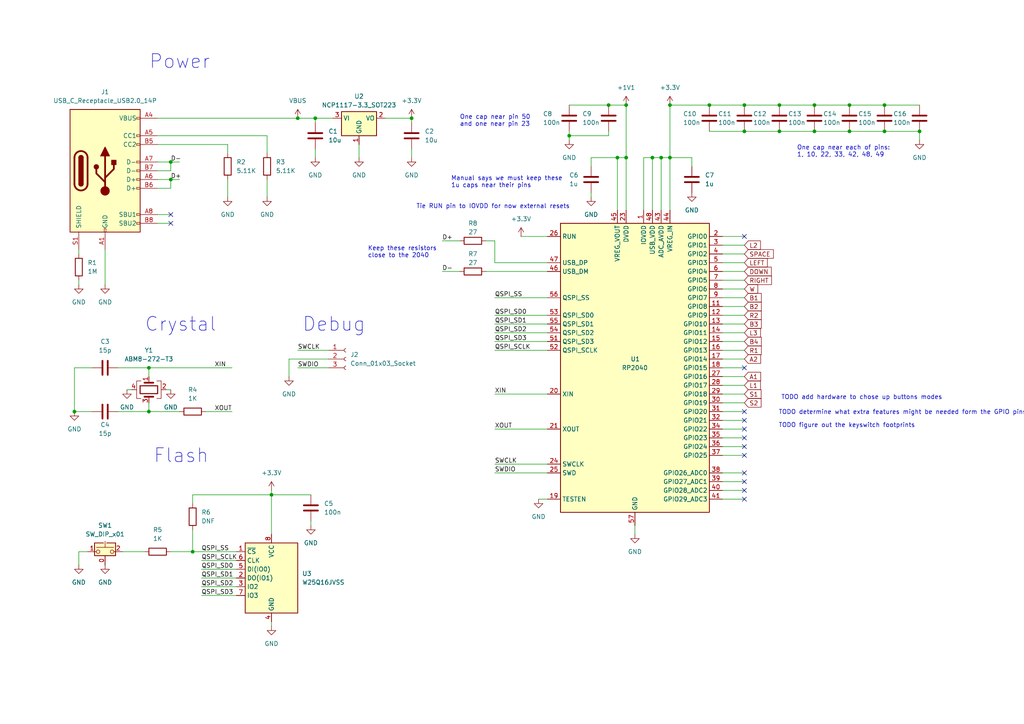
<source format=kicad_sch>
(kicad_sch (version 20231120) (generator "eeschema") (generator_version "8.0")
  (paper "A4")
  (lib_symbols
    (symbol "+3.3V_1" (power) (pin_numbers hide) (pin_names (offset 0) hide)
      (property "Value" "+3.3V" (at 0 3.556 0))
      (symbol "+3.3V_1_0_1"
        (polyline (pts (xy -0.762 1.27) (xy 0 2.54)))
        (polyline (pts (xy 0 0) (xy 0 2.54)))
        (polyline (pts (xy 0 2.54) (xy 0.762 1.27)))
      )
      (symbol "+3.3V_1_1_1"
        (pin power_in line (at 0 0 90) (length 0) (name "~") (number "1"))
      )
    )
    (symbol "Connector:Conn_01x03_Socket" (pin_names (offset 1.016) hide)
      (property "Reference" "J" (at 0 5.08 0))
      (property "Value" "Conn_01x03_Socket" (at 0 -5.08 0))
      (symbol "Conn_01x03_Socket_1_1"
        (arc (start 0 -2.032) (mid -0.5058 -2.54) (end 0 -3.048) (stroke (width 0.1524)))
        (polyline (pts (xy -1.27 -2.54) (xy -0.508 -2.54)) (stroke (width 0.1524)))
        (polyline (pts (xy -1.27 0) (xy -0.508 0)) (stroke (width 0.1524)))
        (polyline (pts (xy -1.27 2.54) (xy -0.508 2.54)) (stroke (width 0.1524)))
        (arc (start 0 0.508) (mid -0.5058 0) (end 0 -0.508) (stroke (width 0.1524)))
        (arc (start 0 3.048) (mid -0.5058 2.54) (end 0 2.032) (stroke (width 0.1524)))
        (pin passive line (at -5.08 2.54 0) (length 3.81) (name "Pin_1") (number "1"))
        (pin passive line (at -5.08 0 0) (length 3.81) (name "Pin_2") (number "2"))
        (pin passive line (at -5.08 -2.54 0) (length 3.81) (name "Pin_3") (number "3"))
      )
    )
    (symbol "Connector:USB_C_Receptacle_USB2.0_16P" (pin_names (offset 1.016))
      (property "Reference" "J" (at 0 22.225 0))
      (property "Value" "USB_C_Receptacle_USB2.0_16P" (at 0 19.685 0))
      (symbol "USB_C_Receptacle_USB2.0_16P_0_0"
        (rectangle (start -0.254 -17.78) (end 0.254 -16.764))
        (rectangle (start 10.16 -14.986) (end 9.144 -15.494))
        (rectangle (start 10.16 -12.446) (end 9.144 -12.954))
        (rectangle (start 10.16 -4.826) (end 9.144 -5.334))
        (rectangle (start 10.16 -2.286) (end 9.144 -2.794))
        (rectangle (start 10.16 0.254) (end 9.144 -0.254))
        (rectangle (start 10.16 2.794) (end 9.144 2.286))
        (rectangle (start 10.16 7.874) (end 9.144 7.366))
        (rectangle (start 10.16 10.414) (end 9.144 9.906))
        (rectangle (start 10.16 15.494) (end 9.144 14.986))
      )
      (symbol "USB_C_Receptacle_USB2.0_16P_0_1"
        (rectangle (start -10.16 17.78) (end 10.16 -17.78) (stroke (width 0.254)) (fill (type background)))
        (arc (start -8.89 -3.81) (mid -6.985 -5.7067) (end -5.08 -3.81) (stroke (width 0.508)))
        (arc (start -7.62 -3.81) (mid -6.985 -4.4423) (end -6.35 -3.81) (stroke (width 0.254)))
        (arc (start -7.62 -3.81) (mid -6.985 -4.4423) (end -6.35 -3.81) (stroke (width 0.254)) (fill (type outline)))
        (rectangle (start -7.62 -3.81) (end -6.35 3.81) (stroke (width 0.254)) (fill (type outline)))
        (arc (start -6.35 3.81) (mid -6.985 4.4423) (end -7.62 3.81) (stroke (width 0.254)))
        (arc (start -6.35 3.81) (mid -6.985 4.4423) (end -7.62 3.81) (stroke (width 0.254)) (fill (type outline)))
        (arc (start -5.08 3.81) (mid -6.985 5.7067) (end -8.89 3.81) (stroke (width 0.508)))
        (circle (center -2.54 1.143) (radius 0.635) (stroke (width 0.254)) (fill (type outline)))
        (circle (center 0 -5.842) (radius 1.27) (fill (type outline)))
        (polyline (pts (xy -8.89 -3.81) (xy -8.89 3.81)) (stroke (width 0.508)))
        (polyline (pts (xy -5.08 3.81) (xy -5.08 -3.81)) (stroke (width 0.508)))
        (polyline (pts (xy 0 -5.842) (xy 0 4.318)) (stroke (width 0.508)))
        (polyline (pts (xy 0 -3.302) (xy -2.54 -0.762) (xy -2.54 0.508)) (stroke (width 0.508)))
        (polyline (pts (xy 0 -2.032) (xy 2.54 0.508) (xy 2.54 1.778)) (stroke (width 0.508)))
        (polyline (pts (xy -1.27 4.318) (xy 0 6.858) (xy 1.27 4.318) (xy -1.27 4.318)) (stroke (width 0.254)) (fill (type outline)))
        (rectangle (start 1.905 1.778) (end 3.175 3.048) (stroke (width 0.254)) (fill (type outline)))
      )
      (symbol "USB_C_Receptacle_USB2.0_16P_1_1"
        (pin passive line (at 0 -22.86 90) (length 5.08) (name "GND") (number "A1"))
        (pin passive line (at 0 -22.86 90) (length 5.08) hide (name "GND") (number "A12"))
        (pin passive line (at 15.24 15.24 180) (length 5.08) (name "VBUS") (number "A4"))
        (pin bidirectional line (at 15.24 10.16 180) (length 5.08) (name "CC1") (number "A5"))
        (pin bidirectional line (at 15.24 -2.54 180) (length 5.08) (name "D+") (number "A6"))
        (pin bidirectional line (at 15.24 2.54 180) (length 5.08) (name "D-") (number "A7"))
        (pin bidirectional line (at 15.24 -12.7 180) (length 5.08) (name "SBU1") (number "A8"))
        (pin passive line (at 15.24 15.24 180) (length 5.08) hide (name "VBUS") (number "A9"))
        (pin passive line (at 0 -22.86 90) (length 5.08) hide (name "GND") (number "B1"))
        (pin passive line (at 0 -22.86 90) (length 5.08) hide (name "GND") (number "B12"))
        (pin passive line (at 15.24 15.24 180) (length 5.08) hide (name "VBUS") (number "B4"))
        (pin bidirectional line (at 15.24 7.62 180) (length 5.08) (name "CC2") (number "B5"))
        (pin bidirectional line (at 15.24 -5.08 180) (length 5.08) (name "D+") (number "B6"))
        (pin bidirectional line (at 15.24 0 180) (length 5.08) (name "D-") (number "B7"))
        (pin bidirectional line (at 15.24 -15.24 180) (length 5.08) (name "SBU2") (number "B8"))
        (pin passive line (at 15.24 15.24 180) (length 5.08) hide (name "VBUS") (number "B9"))
        (pin passive line (at -7.62 -22.86 90) (length 5.08) (name "SHIELD") (number "S1"))
      )
    )
    (symbol "Device:C" (pin_numbers hide) (pin_names (offset 0.254))
      (property "Reference" "C" (at 0.635 2.54 0))
      (property "Value" "C" (at 0.635 -2.54 0))
      (symbol "C_0_1"
        (polyline (pts (xy -2.032 -0.762) (xy 2.032 -0.762)) (stroke (width 0.508)))
        (polyline (pts (xy -2.032 0.762) (xy 2.032 0.762)) (stroke (width 0.508)))
      )
      (symbol "C_1_1"
        (pin passive line (at 0 3.81 270) (length 2.794) (name "~") (number "1"))
        (pin passive line (at 0 -3.81 90) (length 2.794) (name "~") (number "2"))
      )
    )
    (symbol "Device:Crystal_GND24" (pin_names (offset 1.016) hide)
      (property "Reference" "Y" (at 3.175 5.08 0))
      (property "Value" "Crystal_GND24" (at 3.175 3.175 0))
      (symbol "Crystal_GND24_0_1"
        (rectangle (start -1.143 2.54) (end 1.143 -2.54) (stroke (width 0.3048)))
        (polyline (pts (xy -2.54 0) (xy -2.032 0)))
        (polyline (pts (xy -2.032 -1.27) (xy -2.032 1.27)) (stroke (width 0.508)))
        (polyline (pts (xy 0 -3.81) (xy 0 -3.556)))
        (polyline (pts (xy 0 3.556) (xy 0 3.81)))
        (polyline (pts (xy 2.032 -1.27) (xy 2.032 1.27)) (stroke (width 0.508)))
        (polyline (pts (xy 2.032 0) (xy 2.54 0)))
        (polyline (pts (xy -2.54 -2.286) (xy -2.54 -3.556) (xy 2.54 -3.556) (xy 2.54 -2.286)))
        (polyline (pts (xy -2.54 2.286) (xy -2.54 3.556) (xy 2.54 3.556) (xy 2.54 2.286)))
      )
      (symbol "Crystal_GND24_1_1"
        (pin passive line (at -3.81 0 0) (length 1.27) (name "1") (number "1"))
        (pin passive line (at 0 5.08 270) (length 1.27) (name "2") (number "2"))
        (pin passive line (at 3.81 0 180) (length 1.27) (name "3") (number "3"))
        (pin passive line (at 0 -5.08 90) (length 1.27) (name "4") (number "4"))
      )
    )
    (symbol "Device:R" (pin_numbers hide) (pin_names (offset 0))
      (property "Reference" "R" (at 2.032 0 90))
      (property "Value" "R" (at 0 0 90))
      (symbol "R_0_1"
        (rectangle (start -1.016 -2.54) (end 1.016 2.54) (stroke (width 0.254)))
      )
      (symbol "R_1_1"
        (pin passive line (at 0 3.81 270) (length 1.27) (name "~") (number "1"))
        (pin passive line (at 0 -3.81 90) (length 1.27) (name "~") (number "2"))
      )
    )
    (symbol "GND_1" (power) (pin_numbers hide) (pin_names (offset 0) hide)
      (property "Value" "GND" (at 0 -3.81 0))
      (symbol "GND_1_0_1"
        (polyline (pts (xy 0 0) (xy 0 -1.27) (xy 1.27 -1.27) (xy 0 -2.54) (xy -1.27 -1.27) (xy 0 -1.27)))
      )
      (symbol "GND_1_1_1"
        (pin power_in line (at 0 0 270) (length 0) (name "~") (number "1"))
      )
    )
    (symbol "MCU_RaspberryPi:RP2040"
      (property "Reference" "U" (at 17.78 45.72 0))
      (property "Value" "RP2040" (at 17.78 43.18 0))
      (symbol "RP2040_0_1"
        (rectangle (start -21.59 41.91) (end 21.59 -41.91) (stroke (width 0.254)) (fill (type background)))
      )
      (symbol "RP2040_1_1"
        (pin power_in line (at 2.54 45.72 270) (length 3.81) (name "IOVDD") (number "1"))
        (pin passive line (at 2.54 45.72 270) (length 3.81) hide (name "IOVDD") (number "10"))
        (pin bidirectional line (at 25.4 17.78 180) (length 3.81) (name "GPIO8") (number "11"))
        (pin bidirectional line (at 25.4 15.24 180) (length 3.81) (name "GPIO9") (number "12"))
        (pin bidirectional line (at 25.4 12.7 180) (length 3.81) (name "GPIO10") (number "13"))
        (pin bidirectional line (at 25.4 10.16 180) (length 3.81) (name "GPIO11") (number "14"))
        (pin bidirectional line (at 25.4 7.62 180) (length 3.81) (name "GPIO12") (number "15"))
        (pin bidirectional line (at 25.4 5.08 180) (length 3.81) (name "GPIO13") (number "16"))
        (pin bidirectional line (at 25.4 2.54 180) (length 3.81) (name "GPIO14") (number "17"))
        (pin bidirectional line (at 25.4 0 180) (length 3.81) (name "GPIO15") (number "18"))
        (pin input line (at -25.4 -38.1 0) (length 3.81) (name "TESTEN") (number "19"))
        (pin bidirectional line (at 25.4 38.1 180) (length 3.81) (name "GPIO0") (number "2"))
        (pin input line (at -25.4 -7.62 0) (length 3.81) (name "XIN") (number "20"))
        (pin passive line (at -25.4 -17.78 0) (length 3.81) (name "XOUT") (number "21"))
        (pin passive line (at 2.54 45.72 270) (length 3.81) hide (name "IOVDD") (number "22"))
        (pin power_in line (at -2.54 45.72 270) (length 3.81) (name "DVDD") (number "23"))
        (pin input line (at -25.4 -27.94 0) (length 3.81) (name "SWCLK") (number "24"))
        (pin bidirectional line (at -25.4 -30.48 0) (length 3.81) (name "SWD") (number "25"))
        (pin input line (at -25.4 38.1 0) (length 3.81) (name "RUN") (number "26"))
        (pin bidirectional line (at 25.4 -2.54 180) (length 3.81) (name "GPIO16") (number "27"))
        (pin bidirectional line (at 25.4 -5.08 180) (length 3.81) (name "GPIO17") (number "28"))
        (pin bidirectional line (at 25.4 -7.62 180) (length 3.81) (name "GPIO18") (number "29"))
        (pin bidirectional line (at 25.4 35.56 180) (length 3.81) (name "GPIO1") (number "3"))
        (pin bidirectional line (at 25.4 -10.16 180) (length 3.81) (name "GPIO19") (number "30"))
        (pin bidirectional line (at 25.4 -12.7 180) (length 3.81) (name "GPIO20") (number "31"))
        (pin bidirectional line (at 25.4 -15.24 180) (length 3.81) (name "GPIO21") (number "32"))
        (pin passive line (at 2.54 45.72 270) (length 3.81) hide (name "IOVDD") (number "33"))
        (pin bidirectional line (at 25.4 -17.78 180) (length 3.81) (name "GPIO22") (number "34"))
        (pin bidirectional line (at 25.4 -20.32 180) (length 3.81) (name "GPIO23") (number "35"))
        (pin bidirectional line (at 25.4 -22.86 180) (length 3.81) (name "GPIO24") (number "36"))
        (pin bidirectional line (at 25.4 -25.4 180) (length 3.81) (name "GPIO25") (number "37"))
        (pin bidirectional line (at 25.4 -30.48 180) (length 3.81) (name "GPIO26_ADC0") (number "38"))
        (pin bidirectional line (at 25.4 -33.02 180) (length 3.81) (name "GPIO27_ADC1") (number "39"))
        (pin bidirectional line (at 25.4 33.02 180) (length 3.81) (name "GPIO2") (number "4"))
        (pin bidirectional line (at 25.4 -35.56 180) (length 3.81) (name "GPIO28_ADC2") (number "40"))
        (pin bidirectional line (at 25.4 -38.1 180) (length 3.81) (name "GPIO29_ADC3") (number "41"))
        (pin passive line (at 2.54 45.72 270) (length 3.81) hide (name "IOVDD") (number "42"))
        (pin power_in line (at 7.62 45.72 270) (length 3.81) (name "ADC_AVDD") (number "43"))
        (pin power_in line (at 10.16 45.72 270) (length 3.81) (name "VREG_IN") (number "44"))
        (pin power_out line (at -5.08 45.72 270) (length 3.81) (name "VREG_VOUT") (number "45"))
        (pin bidirectional line (at -25.4 27.94 0) (length 3.81) (name "USB_DM") (number "46"))
        (pin bidirectional line (at -25.4 30.48 0) (length 3.81) (name "USB_DP") (number "47"))
        (pin power_in line (at 5.08 45.72 270) (length 3.81) (name "USB_VDD") (number "48"))
        (pin passive line (at 2.54 45.72 270) (length 3.81) hide (name "IOVDD") (number "49"))
        (pin bidirectional line (at 25.4 30.48 180) (length 3.81) (name "GPIO3") (number "5"))
        (pin passive line (at -2.54 45.72 270) (length 3.81) hide (name "DVDD") (number "50"))
        (pin bidirectional line (at -25.4 7.62 0) (length 3.81) (name "QSPI_SD3") (number "51"))
        (pin output line (at -25.4 5.08 0) (length 3.81) (name "QSPI_SCLK") (number "52"))
        (pin bidirectional line (at -25.4 15.24 0) (length 3.81) (name "QSPI_SD0") (number "53"))
        (pin bidirectional line (at -25.4 10.16 0) (length 3.81) (name "QSPI_SD2") (number "54"))
        (pin bidirectional line (at -25.4 12.7 0) (length 3.81) (name "QSPI_SD1") (number "55"))
        (pin bidirectional line (at -25.4 20.32 0) (length 3.81) (name "QSPI_SS") (number "56"))
        (pin power_in line (at 0 -45.72 90) (length 3.81) (name "GND") (number "57"))
        (pin bidirectional line (at 25.4 27.94 180) (length 3.81) (name "GPIO4") (number "6"))
        (pin bidirectional line (at 25.4 25.4 180) (length 3.81) (name "GPIO5") (number "7"))
        (pin bidirectional line (at 25.4 22.86 180) (length 3.81) (name "GPIO6") (number "8"))
        (pin bidirectional line (at 25.4 20.32 180) (length 3.81) (name "GPIO7") (number "9"))
      )
    )
    (symbol "Memory_Flash:W25Q32JVSS"
      (property "Reference" "U" (at -6.35 11.43 0))
      (property "Value" "W25Q32JVSS" (at 7.62 11.43 0))
      (symbol "W25Q32JVSS_0_1"
        (rectangle (start -7.62 10.16) (end 7.62 -10.16) (stroke (width 0.254)) (fill (type background)))
      )
      (symbol "W25Q32JVSS_1_1"
        (pin input line (at -10.16 7.62 0) (length 2.54) (name "~{CS}") (number "1"))
        (pin bidirectional line (at -10.16 0 0) (length 2.54) (name "DO(IO1)") (number "2"))
        (pin bidirectional line (at -10.16 -2.54 0) (length 2.54) (name "IO2") (number "3"))
        (pin power_in line (at 0 -12.7 90) (length 2.54) (name "GND") (number "4"))
        (pin bidirectional line (at -10.16 2.54 0) (length 2.54) (name "DI(IO0)") (number "5"))
        (pin input line (at -10.16 5.08 0) (length 2.54) (name "CLK") (number "6"))
        (pin bidirectional line (at -10.16 -5.08 0) (length 2.54) (name "IO3") (number "7"))
        (pin power_in line (at 0 12.7 270) (length 2.54) (name "VCC") (number "8"))
      )
    )
    (symbol "Regulator_Linear:NCP1117-3.3_SOT223"
      (property "Reference" "U" (at -3.81 3.175 0))
      (property "Value" "NCP1117-3.3_SOT223" (at 0 3.175 0))
      (symbol "NCP1117-3.3_SOT223_0_1"
        (rectangle (start -5.08 -5.08) (end 5.08 1.905) (stroke (width 0.254)) (fill (type background)))
      )
      (symbol "NCP1117-3.3_SOT223_1_1"
        (pin power_in line (at 0 -7.62 90) (length 2.54) (name "GND") (number "1"))
        (pin power_out line (at 7.62 0 180) (length 2.54) (name "VO") (number "2"))
        (pin power_in line (at -7.62 0 0) (length 2.54) (name "VI") (number "3"))
      )
    )
    (symbol "Switch:SW_Push_Shielded" (pin_names (offset 1.016) hide)
      (property "Reference" "SW1" (at 0 7.62 0))
      (property "Value" "SW_DIP_x01" (at 0 5.08 0))
      (symbol "SW_Push_Shielded_0_1"
        (circle (center -2.032 0) (radius 0.508))
        (polyline (pts (xy 0 1.27) (xy 0 3.048)))
        (polyline (pts (xy 2.54 1.27) (xy -2.54 1.27)))
        (polyline (pts (xy 0.508 2.54) (xy 3.048 2.54) (xy 3.048 -1.143) (xy -3.048 -1.143) (xy -3.048 2.54) (xy -0.508 2.54)) (stroke (width -0.0254)))
        (polyline (pts (xy 0.508 2.54) (xy 3.048 2.54) (xy 3.048 -1.143) (xy -3.048 -1.143) (xy -3.048 2.54) (xy -0.508 2.54)) (stroke (width 0.254)))
        (circle (center 2.032 0) (radius 0.508))
        (pin passive line (at -5.08 0 0) (length 2.54) (name "1") (number "1"))
        (pin passive line (at 5.08 0 180) (length 2.54) (name "2") (number "2"))
      )
      (symbol "SW_Push_Shielded_1_1"
        (rectangle (start -3.048 2.54) (end 3.048 -1.27) (stroke (width -0.0254)) (fill (type background)))
        (pin passive line (at 0 -3.81 90) (length 2.54) (name "B") (number "0"))
      )
    )
    (symbol "power:+1V1" (power) (pin_names (offset 0))
      (property "Value" "+1V1" (at 0 3.556 0))
      (symbol "+1V1_0_1"
        (polyline (pts (xy -0.762 1.27) (xy 0 2.54)))
        (polyline (pts (xy 0 0) (xy 0 2.54)))
        (polyline (pts (xy 0 2.54) (xy 0.762 1.27)))
      )
      (symbol "+1V1_1_1"
        (pin power_in line (at 0 0 90) (length 0) hide (name "+1V1") (number "1"))
      )
    )
    (symbol "power:+3.3V" (power) (pin_names (offset 0))
      (property "Value" "+3.3V" (at 0 3.556 0))
      (symbol "+3.3V_0_1"
        (polyline (pts (xy -0.762 1.27) (xy 0 2.54)))
        (polyline (pts (xy 0 0) (xy 0 2.54)))
        (polyline (pts (xy 0 2.54) (xy 0.762 1.27)))
      )
      (symbol "+3.3V_1_1"
        (pin power_in line (at 0 0 90) (length 0) hide (name "+3.3V") (number "1"))
      )
    )
    (symbol "power:GND" (power) (pin_names (offset 0))
      (property "Value" "GND" (at 0 -3.81 0))
      (symbol "GND_0_1"
        (polyline (pts (xy 0 0) (xy 0 -1.27) (xy 1.27 -1.27) (xy 0 -2.54) (xy -1.27 -1.27) (xy 0 -1.27)))
      )
      (symbol "GND_1_1"
        (pin power_in line (at 0 0 270) (length 0) hide (name "GND") (number "1"))
      )
    )
    (symbol "power:VBUS" (power) (pin_names (offset 0))
      (property "Value" "VBUS" (at 0 3.81 0))
      (symbol "VBUS_0_1"
        (polyline (pts (xy -0.762 1.27) (xy 0 2.54)))
        (polyline (pts (xy 0 0) (xy 0 2.54)))
        (polyline (pts (xy 0 2.54) (xy 0.762 1.27)))
      )
      (symbol "VBUS_1_1"
        (pin power_in line (at 0 0 90) (length 0) hide (name "VBUS") (number "1"))
      )
    )
  )
  (junction (at 181.61 30.48))
  (junction (at 236.22 38.1))
  (junction (at 194.31 45.72))
  (junction (at 266.7 38.1))
  (junction (at 49.53 46.99))
  (junction (at 246.38 30.48))
  (junction (at 181.61 45.72))
  (junction (at 226.06 30.48))
  (junction (at 21.59 119.38))
  (junction (at 91.44 34.29))
  (junction (at 191.77 45.72))
  (junction (at 179.07 45.72))
  (junction (at 256.54 38.1))
  (junction (at 226.06 38.1))
  (junction (at 205.74 30.48))
  (junction (at 246.38 38.1))
  (junction (at 194.31 30.48))
  (junction (at 236.22 30.48))
  (junction (at 43.18 119.38))
  (junction (at 86.36 34.29))
  (junction (at 189.23 45.72))
  (junction (at 119.38 34.29))
  (junction (at 49.53 52.07))
  (junction (at 55.88 160.02))
  (junction (at 176.53 30.48))
  (junction (at 215.9 30.48))
  (junction (at 78.74 143.51))
  (junction (at 215.9 38.1))
  (junction (at 43.18 106.68))
  (junction (at 256.54 30.48))
  (junction (at 165.1 39.37))
  (no_connect (at 215.9 144.78))
  (no_connect (at 49.53 64.77))
  (no_connect (at 215.9 139.7))
  (no_connect (at 215.9 129.54))
  (no_connect (at 215.9 124.46))
  (no_connect (at 215.9 106.68))
  (no_connect (at 215.9 142.24))
  (no_connect (at 215.9 121.92))
  (no_connect (at 215.9 127))
  (no_connect (at 215.9 132.08))
  (no_connect (at 215.9 137.16))
  (no_connect (at 215.9 68.58))
  (no_connect (at 215.9 119.38))
  (no_connect (at 49.53 62.23))
  (wire (pts (xy 246.38 30.48) (xy 256.54 30.48)))
  (wire (pts (xy 209.55 139.7) (xy 215.9 139.7)))
  (wire (pts (xy 58.42 167.64) (xy 68.58 167.64)))
  (wire (pts (xy 165.1 39.37) (xy 165.1 40.64)))
  (wire (pts (xy 143.51 134.62) (xy 158.75 134.62)))
  (wire (pts (xy 119.38 35.56) (xy 119.38 34.29)))
  (wire (pts (xy 78.74 180.34) (xy 78.74 181.61)))
  (wire (pts (xy 143.51 86.36) (xy 158.75 86.36)))
  (wire (pts (xy 34.29 106.68) (xy 43.18 106.68)))
  (wire (pts (xy 49.53 49.53) (xy 49.53 46.99)))
  (wire (pts (xy 176.53 38.1) (xy 176.53 39.37)))
  (wire (pts (xy 86.36 34.29) (xy 91.44 34.29)))
  (wire (pts (xy 104.14 41.91) (xy 104.14 45.72)))
  (wire (pts (xy 91.44 43.18) (xy 91.44 45.72)))
  (wire (pts (xy 143.51 114.3) (xy 158.75 114.3)))
  (wire (pts (xy 209.55 101.6) (xy 215.9 101.6)))
  (wire (pts (xy 140.97 78.74) (xy 158.75 78.74)))
  (wire (pts (xy 189.23 45.72) (xy 191.77 45.72)))
  (wire (pts (xy 45.72 54.61) (xy 49.53 54.61)))
  (wire (pts (xy 143.51 99.06) (xy 158.75 99.06)))
  (wire (pts (xy 158.75 76.2) (xy 143.51 76.2)))
  (wire (pts (xy 45.72 49.53) (xy 49.53 49.53)))
  (wire (pts (xy 128.27 69.85) (xy 133.35 69.85)))
  (wire (pts (xy 45.72 64.77) (xy 49.53 64.77)))
  (wire (pts (xy 77.47 52.07) (xy 77.47 57.15)))
  (wire (pts (xy 156.21 144.78) (xy 158.75 144.78)))
  (wire (pts (xy 34.29 119.38) (xy 43.18 119.38)))
  (wire (pts (xy 209.55 119.38) (xy 215.9 119.38)))
  (wire (pts (xy 209.55 144.78) (xy 215.9 144.78)))
  (wire (pts (xy 256.54 38.1) (xy 266.7 38.1)))
  (wire (pts (xy 194.31 45.72) (xy 194.31 60.96)))
  (wire (pts (xy 209.55 104.14) (xy 215.9 104.14)))
  (wire (pts (xy 209.55 71.12) (xy 215.9 71.12)))
  (wire (pts (xy 43.18 119.38) (xy 52.07 119.38)))
  (wire (pts (xy 66.04 52.07) (xy 66.04 57.15)))
  (wire (pts (xy 45.72 52.07) (xy 49.53 52.07)))
  (wire (pts (xy 91.44 34.29) (xy 91.44 35.56)))
  (wire (pts (xy 209.55 111.76) (xy 215.9 111.76)))
  (wire (pts (xy 209.55 121.92) (xy 215.9 121.92)))
  (wire (pts (xy 186.69 45.72) (xy 189.23 45.72)))
  (wire (pts (xy 209.55 106.68) (xy 215.9 106.68)))
  (wire (pts (xy 95.25 104.14) (xy 83.82 104.14)))
  (wire (pts (xy 119.38 43.18) (xy 119.38 45.72)))
  (wire (pts (xy 66.04 41.91) (xy 66.04 44.45)))
  (wire (pts (xy 194.31 30.48) (xy 194.31 45.72)))
  (wire (pts (xy 209.55 73.66) (xy 215.9 73.66)))
  (wire (pts (xy 45.72 39.37) (xy 77.47 39.37)))
  (wire (pts (xy 181.61 30.48) (xy 181.61 45.72)))
  (wire (pts (xy 181.61 45.72) (xy 181.61 60.96)))
  (wire (pts (xy 35.56 160.02) (xy 41.91 160.02)))
  (wire (pts (xy 209.55 68.58) (xy 215.9 68.58)))
  (wire (pts (xy 209.55 109.22) (xy 215.9 109.22)))
  (wire (pts (xy 143.51 93.98) (xy 158.75 93.98)))
  (wire (pts (xy 194.31 45.72) (xy 200.66 45.72)))
  (wire (pts (xy 143.51 137.16) (xy 158.75 137.16)))
  (wire (pts (xy 209.55 86.36) (xy 215.9 86.36)))
  (wire (pts (xy 209.55 78.74) (xy 215.9 78.74)))
  (wire (pts (xy 143.51 69.85) (xy 143.51 76.2)))
  (wire (pts (xy 143.51 101.6) (xy 158.75 101.6)))
  (wire (pts (xy 165.1 39.37) (xy 176.53 39.37)))
  (wire (pts (xy 179.07 45.72) (xy 179.07 60.96)))
  (wire (pts (xy 226.06 38.1) (xy 236.22 38.1)))
  (wire (pts (xy 209.55 81.28) (xy 215.9 81.28)))
  (wire (pts (xy 209.55 83.82) (xy 215.9 83.82)))
  (wire (pts (xy 78.74 142.24) (xy 78.74 143.51)))
  (wire (pts (xy 151.13 68.58) (xy 158.75 68.58)))
  (wire (pts (xy 256.54 30.48) (xy 266.7 30.48)))
  (wire (pts (xy 189.23 45.72) (xy 189.23 60.96)))
  (wire (pts (xy 209.55 114.3) (xy 215.9 114.3)))
  (wire (pts (xy 45.72 46.99) (xy 49.53 46.99)))
  (wire (pts (xy 21.59 106.68) (xy 26.67 106.68)))
  (wire (pts (xy 83.82 104.14) (xy 83.82 109.22)))
  (wire (pts (xy 49.53 54.61) (xy 49.53 52.07)))
  (wire (pts (xy 43.18 119.38) (xy 43.18 116.84)))
  (wire (pts (xy 215.9 38.1) (xy 226.06 38.1)))
  (wire (pts (xy 158.75 124.46) (xy 143.51 124.46)))
  (wire (pts (xy 165.1 30.48) (xy 176.53 30.48)))
  (wire (pts (xy 215.9 30.48) (xy 226.06 30.48)))
  (wire (pts (xy 22.86 160.02) (xy 25.4 160.02)))
  (wire (pts (xy 49.53 46.99) (xy 52.07 46.99)))
  (wire (pts (xy 184.15 152.4) (xy 184.15 154.94)))
  (wire (pts (xy 22.86 81.28) (xy 22.86 82.55)))
  (wire (pts (xy 209.55 99.06) (xy 215.9 99.06)))
  (wire (pts (xy 128.27 78.74) (xy 133.35 78.74)))
  (wire (pts (xy 21.59 119.38) (xy 26.67 119.38)))
  (wire (pts (xy 179.07 45.72) (xy 171.45 45.72)))
  (wire (pts (xy 91.44 34.29) (xy 96.52 34.29)))
  (wire (pts (xy 48.26 113.03) (xy 49.53 113.03)))
  (wire (pts (xy 266.7 38.1) (xy 266.7 40.64)))
  (wire (pts (xy 78.74 143.51) (xy 78.74 154.94)))
  (wire (pts (xy 209.55 116.84) (xy 215.9 116.84)))
  (wire (pts (xy 45.72 62.23) (xy 49.53 62.23)))
  (wire (pts (xy 30.48 72.39) (xy 30.48 82.55)))
  (wire (pts (xy 58.42 165.1) (xy 68.58 165.1)))
  (wire (pts (xy 181.61 45.72) (xy 179.07 45.72)))
  (wire (pts (xy 209.55 88.9) (xy 215.9 88.9)))
  (wire (pts (xy 36.83 113.03) (xy 38.1 113.03)))
  (wire (pts (xy 49.53 52.07) (xy 52.07 52.07)))
  (wire (pts (xy 209.55 76.2) (xy 215.9 76.2)))
  (wire (pts (xy 209.55 142.24) (xy 215.9 142.24)))
  (wire (pts (xy 49.53 160.02) (xy 55.88 160.02)))
  (wire (pts (xy 45.72 34.29) (xy 86.36 34.29)))
  (wire (pts (xy 143.51 91.44) (xy 158.75 91.44)))
  (wire (pts (xy 143.51 96.52) (xy 158.75 96.52)))
  (wire (pts (xy 140.97 69.85) (xy 143.51 69.85)))
  (wire (pts (xy 55.88 143.51) (xy 78.74 143.51)))
  (wire (pts (xy 191.77 45.72) (xy 194.31 45.72)))
  (wire (pts (xy 209.55 93.98) (xy 215.9 93.98)))
  (wire (pts (xy 209.55 124.46) (xy 215.9 124.46)))
  (wire (pts (xy 90.17 151.13) (xy 90.17 152.4)))
  (wire (pts (xy 22.86 160.02) (xy 22.86 163.83)))
  (wire (pts (xy 209.55 132.08) (xy 215.9 132.08)))
  (wire (pts (xy 58.42 172.72) (xy 68.58 172.72)))
  (wire (pts (xy 236.22 38.1) (xy 246.38 38.1)))
  (wire (pts (xy 43.18 106.68) (xy 43.18 109.22)))
  (wire (pts (xy 43.18 106.68) (xy 67.31 106.68)))
  (wire (pts (xy 236.22 30.48) (xy 246.38 30.48)))
  (wire (pts (xy 165.1 38.1) (xy 165.1 39.37)))
  (wire (pts (xy 226.06 30.48) (xy 236.22 30.48)))
  (wire (pts (xy 186.69 60.96) (xy 186.69 45.72)))
  (wire (pts (xy 21.59 119.38) (xy 21.59 106.68)))
  (wire (pts (xy 45.72 41.91) (xy 66.04 41.91)))
  (wire (pts (xy 55.88 146.05) (xy 55.88 143.51)))
  (wire (pts (xy 58.42 162.56) (xy 68.58 162.56)))
  (wire (pts (xy 58.42 170.18) (xy 68.58 170.18)))
  (wire (pts (xy 22.86 72.39) (xy 22.86 73.66)))
  (wire (pts (xy 209.55 127) (xy 215.9 127)))
  (wire (pts (xy 86.36 101.6) (xy 95.25 101.6)))
  (wire (pts (xy 200.66 48.26) (xy 200.66 45.72)))
  (wire (pts (xy 55.88 160.02) (xy 68.58 160.02)))
  (wire (pts (xy 209.55 137.16) (xy 215.9 137.16)))
  (wire (pts (xy 55.88 153.67) (xy 55.88 160.02)))
  (wire (pts (xy 171.45 55.88) (xy 171.45 57.15)))
  (wire (pts (xy 86.36 106.68) (xy 95.25 106.68)))
  (wire (pts (xy 246.38 38.1) (xy 256.54 38.1)))
  (wire (pts (xy 176.53 30.48) (xy 181.61 30.48)))
  (wire (pts (xy 78.74 143.51) (xy 90.17 143.51)))
  (wire (pts (xy 205.74 30.48) (xy 215.9 30.48)))
  (wire (pts (xy 191.77 45.72) (xy 191.77 60.96)))
  (wire (pts (xy 209.55 91.44) (xy 215.9 91.44)))
  (wire (pts (xy 59.69 119.38) (xy 67.31 119.38)))
  (wire (pts (xy 194.31 30.48) (xy 205.74 30.48)))
  (wire (pts (xy 171.45 45.72) (xy 171.45 48.26)))
  (wire (pts (xy 209.55 96.52) (xy 215.9 96.52)))
  (wire (pts (xy 209.55 129.54) (xy 215.9 129.54)))
  (wire (pts (xy 205.74 38.1) (xy 215.9 38.1)))
  (wire (pts (xy 77.47 39.37) (xy 77.47 44.45)))
  (wire (pts (xy 111.76 34.29) (xy 119.38 34.29)))
  (text "Crystal" (at 41.91 96.52 0) (effects (font (size 4 4)) (justify left bottom)))
  (text "TODO figure out the keyswitch footprints" (at 245.618 123.444 0) (effects (font (size 1.27 1.27))))
  (text "TODO determine what extra features might be needed form the GPIO pins" (at 225.806 120.396 0) (effects (font (size 1.27 1.27)) (justify left bottom)))
  (text "Keep these resistors\nclose to the 2040" (at 106.68 74.93 0) (effects (font (size 1.27 1.27)) (justify left bottom)))
  (text "Flash" (at 44.45 134.62 0) (effects (font (size 4 4)) (justify left bottom)))
  (text "TODO add hardware to chose up buttons modes" (at 249.936 115.316 0) (effects (font (size 1.27 1.27))))
  (text "Tie RUN pin to IOVDD for now external resets" (at 143.002 59.944 0) (effects (font (size 1.27 1.27))))
  (text "Debug" (at 87.63 96.52 0) (effects (font (size 4 4)) (justify left bottom)))
  (text "One cap near each of pins:\n1, 10, 22, 33, 42, 48, 49" (at 231.14 45.72 0) (effects (font (size 1.27 1.27)) (justify left bottom)))
  (text "Manual says we must keep these \n1u caps near their pins" (at 130.81 54.61 0) (effects (font (size 1.27 1.27)) (justify left bottom)))
  (text "One cap near pin 50\nand one near pin 23" (at 133.35 36.83 0) (effects (font (size 1.27 1.27)) (justify left bottom)))
  (text "Power" (at 43.18 20.32 0) (effects (font (size 4 4)) (justify left bottom)))
  (label "QSPI_SS" (at 143.51 86.36 0))
  (label "D+" (at 49.53 52.07 0))
  (label "SWCLK" (at 143.51 134.62 0))
  (label "QSPI_SD0" (at 143.51 91.44 0))
  (label "QSPI_SS" (at 58.42 160.02 0))
  (label "D-" (at 49.53 46.99 0))
  (label "QSPI_SD2" (at 58.42 170.18 0))
  (label "QSPI_SD1" (at 58.42 167.64 0))
  (label "XIN" (at 62.23 106.68 0))
  (label "QSPI_SD2" (at 143.51 96.52 0))
  (label "SWDIO" (at 143.51 137.16 0))
  (label "XOUT" (at 62.23 119.38 0))
  (label "SWDIO" (at 86.36 106.68 0))
  (label "QSPI_SD0" (at 58.42 165.1 0))
  (label "D+" (at 128.27 69.85 0))
  (label "QSPI_SCLK" (at 58.42 162.56 0))
  (label "XIN" (at 143.51 114.3 0))
  (label "SWCLK" (at 86.36 101.6 0))
  (label "QSPI_SCLK" (at 143.51 101.6 0))
  (label "QSPI_SD3" (at 58.42 172.72 0))
  (label "D-" (at 128.27 78.74 0))
  (label "QSPI_SD1" (at 143.51 93.98 0))
  (label "XOUT" (at 143.51 124.46 0))
  (label "QSPI_SD3" (at 143.51 99.06 0))
  (global_label "L3" (shape input) (at 215.9 96.52 0) (property "Intersheetrefs" "${INTERSHEET_REFS}" (effects (hide yes))))
  (global_label "L2" (shape input) (at 215.9 71.12 0) (property "Intersheetrefs" "${INTERSHEET_REFS}" (effects (hide yes))))
  (global_label "B3" (shape input) (at 215.9 93.98 0) (property "Intersheetrefs" "${INTERSHEET_REFS}" (effects (hide yes))))
  (global_label "R2" (shape input) (at 215.9 91.44 0) (property "Intersheetrefs" "${INTERSHEET_REFS}" (effects (hide yes))))
  (global_label "L1" (shape input) (at 215.9 111.76 0) (property "Intersheetrefs" "${INTERSHEET_REFS}" (effects (hide yes))))
  (global_label "B4" (shape input) (at 215.9 99.06 0) (property "Intersheetrefs" "${INTERSHEET_REFS}" (effects (hide yes))))
  (global_label "S1" (shape input) (at 215.9 114.3 0) (property "Intersheetrefs" "${INTERSHEET_REFS}" (effects (hide yes))))
  (global_label "B1" (shape input) (at 215.9 86.36 0) (property "Intersheetrefs" "${INTERSHEET_REFS}" (effects (hide yes))))
  (global_label "B2" (shape input) (at 215.9 88.9 0) (property "Intersheetrefs" "${INTERSHEET_REFS}" (effects (hide yes))))
  (global_label "SPACE" (shape input) (at 215.9 73.66 0) (property "Intersheetrefs" "${INTERSHEET_REFS}" (effects (hide yes))))
  (global_label "RIGHT" (shape input) (at 215.9 81.28 0) (property "Intersheetrefs" "${INTERSHEET_REFS}" (effects (hide yes))))
  (global_label "A2" (shape input) (at 215.9 104.14 0) (property "Intersheetrefs" "${INTERSHEET_REFS}" (effects (hide yes))))
  (global_label "LEFT" (shape input) (at 215.9 76.2 0) (property "Intersheetrefs" "${INTERSHEET_REFS}" (effects (hide yes))))
  (global_label "W" (shape input) (at 215.9 83.82 0) (property "Intersheetrefs" "${INTERSHEET_REFS}" (effects (hide yes))))
  (global_label "A1" (shape input) (at 215.9 109.22 0) (property "Intersheetrefs" "${INTERSHEET_REFS}" (effects (hide yes))))
  (global_label "DOWN" (shape input) (at 215.9 78.74 0) (property "Intersheetrefs" "${INTERSHEET_REFS}" (effects (hide yes))))
  (global_label "S2" (shape input) (at 215.9 116.84 0) (property "Intersheetrefs" "${INTERSHEET_REFS}" (effects (hide yes))))
  (global_label "R1" (shape input) (at 215.9 101.6 0) (property "Intersheetrefs" "${INTERSHEET_REFS}" (effects (hide yes))))
  (symbol (lib_id "power:+3.3V") (at 119.38 34.29 0) (unit 1)
    (property "Reference" "#PWR05" (effects (hide yes)))
    (property "Value" "+3.3V" (at 119.38 29.21 0))
  )
  (symbol (lib_id "power:GND") (at 22.86 82.55 0) (unit 1)
    (property "Reference" "#PWR06" (effects (hide yes)))
    (property "Value" "GND" (at 22.86 87.63 0))
  )
  (symbol (lib_id "power:+3.3V") (at 78.74 142.24 0) (unit 1)
    (property "Reference" "#PWR015" (effects (hide yes)))
    (property "Value" "+3.3V" (at 78.74 137.16 0))
  )
  (symbol (lib_id "power:GND") (at 90.17 152.4 0) (unit 1)
    (property "Reference" "#PWR014" (effects (hide yes)))
    (property "Value" "GND" (at 90.17 157.48 0))
  )
  (symbol (lib_id "power:GND") (at 171.45 57.15 0) (unit 1)
    (property "Reference" "#PWR020" (effects (hide yes)))
    (property "Value" "GND" (at 171.45 62.23 0))
  )
  (symbol (lib_id "power:GND") (at 156.21 144.78 0) (unit 1)
    (property "Reference" "#PWR017" (effects (hide yes)))
    (property "Value" "GND" (at 156.21 149.86 0))
  )
  (symbol (lib_id "Device:R") (at 22.86 77.47 0) (unit 1)
    (property "Reference" "R1" (at 25.4 76.2 0) (effects (justify left)))
    (property "Value" "1M" (at 25.4 78.74 0) (effects (justify left)))
    (property "Footprint" "Resistor_SMD:R_0402_1005Metric" (effects (hide yes)))
  )
  (symbol (lib_id "Device:C") (at 91.44 39.37 0) (unit 1)
    (property "Reference" "C1" (at 95.25 38.1 0) (effects (justify left)))
    (property "Value" "10u" (at 95.25 40.64 0) (effects (justify left)))
    (property "Footprint" "Capacitor_SMD:C_0402_1005Metric" (effects (hide yes)))
  )
  (symbol (lib_id "power:GND") (at 165.1 40.64 0) (unit 1)
    (property "Reference" "#PWR023" (effects (hide yes)))
    (property "Value" "GND" (at 165.1 45.72 0))
  )
  (symbol (lib_id "Device:C") (at 205.74 34.29 0) (unit 1)
    (property "Reference" "C10" (at 198.12 33.02 0) (effects (justify left)))
    (property "Value" "100n" (at 198.12 35.56 0) (effects (justify left)))
    (property "Footprint" "Capacitor_SMD:C_0402_1005Metric" (effects (hide yes)))
  )
  (symbol (lib_name "GND_1") (lib_id "power:GND") (at 30.48 163.83 0) (unit 1)
    (property "Reference" "#PWR046" (effects (hide yes)))
    (property "Value" "GND" (at 30.48 168.91 0))
    (property "Description" "Power symbol creates a global label with name \"GND\" , ground" (effects (hide yes)))
  )
  (symbol (lib_id "Device:R") (at 137.16 69.85 90) (unit 1)
    (property "Reference" "R8" (at 137.16 64.77 90))
    (property "Value" "27" (at 137.16 67.31 90))
    (property "Footprint" "Resistor_SMD:R_0402_1005Metric" (effects (hide yes)))
  )
  (symbol (lib_id "Device:Crystal_GND24") (at 43.18 113.03 270) (unit 1)
    (property "Reference" "Y1" (at 43.18 101.6 90))
    (property "Value" "ABM8-272-T3" (at 43.18 104.14 90))
    (property "Footprint" "Crystal:Crystal_SMD_3225-4Pin_3.2x2.5mm" (effects (hide yes)))
  )
  (symbol (lib_id "Device:C") (at 246.38 34.29 0) (unit 1)
    (property "Reference" "C14" (at 238.76 33.02 0) (effects (justify left)))
    (property "Value" "100n" (at 238.76 35.56 0) (effects (justify left)))
    (property "Footprint" "Capacitor_SMD:C_0402_1005Metric" (effects (hide yes)))
  )
  (symbol (lib_id "power:VBUS") (at 86.36 34.29 0) (unit 1)
    (property "Reference" "#PWR04" (effects (hide yes)))
    (property "Value" "VBUS" (at 86.36 29.21 0))
  )
  (symbol (lib_id "Device:C") (at 30.48 106.68 90) (unit 1)
    (property "Reference" "C3" (at 30.48 99.06 90))
    (property "Value" "15p" (at 30.48 101.6 90))
    (property "Footprint" "Capacitor_SMD:C_0402_1005Metric" (effects (hide yes)))
  )
  (symbol (lib_id "Device:C") (at 200.66 52.07 0) (unit 1)
    (property "Reference" "C7" (at 204.47 50.8 0) (effects (justify left)))
    (property "Value" "1u" (at 204.47 53.34 0) (effects (justify left)))
    (property "Footprint" "Capacitor_SMD:C_0402_1005Metric" (effects (hide yes)))
  )
  (symbol (lib_id "Device:C") (at 90.17 147.32 0) (unit 1)
    (property "Reference" "C5" (at 93.98 146.05 0) (effects (justify left)))
    (property "Value" "100n" (at 93.98 148.59 0) (effects (justify left)))
    (property "Footprint" "Capacitor_SMD:C_0402_1005Metric" (effects (hide yes)))
  )
  (symbol (lib_id "power:GND") (at 21.59 119.38 0) (unit 1)
    (property "Reference" "#PWR010" (effects (hide yes)))
    (property "Value" "GND" (at 21.59 124.46 0))
  )
  (symbol (lib_id "Device:R") (at 55.88 119.38 90) (unit 1)
    (property "Reference" "R4" (at 55.88 113.03 90))
    (property "Value" "1K" (at 55.88 115.57 90))
    (property "Footprint" "Resistor_SMD:R_0402_1005Metric" (effects (hide yes)))
  )
  (symbol (lib_id "Device:C") (at 226.06 34.29 0) (unit 1)
    (property "Reference" "C12" (at 218.44 33.02 0) (effects (justify left)))
    (property "Value" "100n" (at 218.44 35.56 0) (effects (justify left)))
    (property "Footprint" "Capacitor_SMD:C_0402_1005Metric" (effects (hide yes)))
  )
  (symbol (lib_id "Device:C") (at 119.38 39.37 0) (unit 1)
    (property "Reference" "C2" (at 123.19 38.1 0) (effects (justify left)))
    (property "Value" "10u" (at 123.19 40.64 0) (effects (justify left)))
    (property "Footprint" "Capacitor_SMD:C_0402_1005Metric" (effects (hide yes)))
  )
  (symbol (lib_id "Connector:Conn_01x03_Socket") (at 100.33 104.14 0) (unit 1) (in_bom no)
    (property "Reference" "J2" (at 101.6 102.87 0) (effects (justify left)))
    (property "Value" "Conn_01x03_Socket" (at 101.6 105.41 0) (effects (justify left)))
    (property "Footprint" "Fightstick_Library:Debug_Points" (effects (hide yes)))
  )
  (symbol (lib_id "MCU_RaspberryPi:RP2040") (at 184.15 106.68 0) (unit 1)
    (property "Reference" "U1" (at 182.88 104.14 0) (effects (justify left)))
    (property "Value" "RP2040" (at 180.34 106.68 0) (effects (justify left)))
    (property "Footprint" "Package_DFN_QFN:QFN-56-1EP_7x7mm_P0.4mm_EP3.2x3.2mm" (effects (hide yes)))
    (property "Datasheet" "https://datasheets.raspberrypi.com/rp2040/rp2040-datasheet.pdf" (effects (hide yes)))
  )
  (symbol (lib_id "Device:C") (at 215.9 34.29 0) (unit 1)
    (property "Reference" "C11" (at 208.28 33.02 0) (effects (justify left)))
    (property "Value" "100n" (at 208.28 35.56 0) (effects (justify left)))
    (property "Footprint" "Capacitor_SMD:C_0402_1005Metric" (effects (hide yes)))
  )
  (symbol (lib_id "Regulator_Linear:NCP1117-3.3_SOT223") (at 104.14 34.29 0) (unit 1)
    (property "Reference" "U2" (at 104.14 27.94 0))
    (property "Value" "NCP1117-3.3_SOT223" (at 104.14 30.48 0))
    (property "Footprint" "Package_TO_SOT_SMD:SOT-223-3_TabPin2" (effects (hide yes)))
    (property "Datasheet" "http://www.onsemi.com/pub_link/Collateral/NCP1117-D.PDF" (effects (hide yes)))
  )
  (symbol (lib_id "Device:R") (at 137.16 78.74 90) (unit 1)
    (property "Reference" "R7" (at 137.16 73.66 90))
    (property "Value" "27" (at 137.16 76.2 90))
    (property "Footprint" "Resistor_SMD:R_0402_1005Metric" (effects (hide yes)))
  )
  (symbol (lib_id "Device:C") (at 236.22 34.29 0) (unit 1)
    (property "Reference" "C13" (at 228.6 33.02 0) (effects (justify left)))
    (property "Value" "100n" (at 228.6 35.56 0) (effects (justify left)))
    (property "Footprint" "Capacitor_SMD:C_0402_1005Metric" (effects (hide yes)))
  )
  (symbol (lib_id "Connector:USB_C_Receptacle_USB2.0_16P") (at 30.48 49.53 0) (unit 1)
    (property "Reference" "J1" (at 30.48 26.67 0))
    (property "Value" "USB_C_Receptacle_USB2.0_14P" (at 30.48 29.21 0))
    (property "Footprint" "Fightstick_Library:USB_C_Receptacle_HCTL_Fightstick_16P_TopMnt_Horizontal" (effects (hide yes)))
    (property "Datasheet" "https://www.usb.org/sites/default/files/documents/usb_type-c.zip" (effects (hide yes)))
    (property "Description" "USB 2.0-only 16P Type-C Receptacle connector" (effects (hide yes)))
  )
  (symbol (lib_id "power:+3.3V") (at 194.31 30.48 0) (unit 1)
    (property "Reference" "#PWR024" (effects (hide yes)))
    (property "Value" "+3.3V" (at 194.31 25.4 0))
  )
  (symbol (lib_id "power:GND") (at 91.44 45.72 0) (unit 1)
    (property "Reference" "#PWR03" (effects (hide yes)))
    (property "Value" "GND" (at 91.44 50.8 0))
  )
  (symbol (lib_id "power:GND") (at 30.48 82.55 0) (unit 1)
    (property "Reference" "#PWR07" (effects (hide yes)))
    (property "Value" "GND" (at 30.48 87.63 0))
  )
  (symbol (lib_id "Device:C") (at 256.54 34.29 0) (unit 1)
    (property "Reference" "C15" (at 248.92 33.02 0) (effects (justify left)))
    (property "Value" "100n" (at 248.92 35.56 0) (effects (justify left)))
    (property "Footprint" "Capacitor_SMD:C_0402_1005Metric" (effects (hide yes)))
  )
  (symbol (lib_id "Switch:SW_Push_Shielded") (at 30.48 160.02 0) (unit 1)
    (property "Reference" "SW1" (at 30.48 152.4 0))
    (property "Value" "SW_DIP_x01" (at 30.48 154.94 0))
    (property "Footprint" "Fightstick_Library:SW_SMD_BUTTON_YTS_A007" (effects (hide yes)))
    (property "Description" "Generic push-button switch, two contact pins and shield pin(s)" (effects (hide yes)))
  )
  (symbol (lib_id "power:GND") (at 77.47 57.15 0) (unit 1)
    (property "Reference" "#PWR09" (effects (hide yes)))
    (property "Value" "GND" (at 77.47 62.23 0))
  )
  (symbol (lib_id "power:GND") (at 266.7 40.64 0) (unit 1)
    (property "Reference" "#PWR025" (effects (hide yes)))
    (property "Value" "GND" (at 266.7 45.72 0))
  )
  (symbol (lib_id "Device:C") (at 176.53 34.29 0) (unit 1)
    (property "Reference" "C9" (at 168.91 33.02 0) (effects (justify left)))
    (property "Value" "100n" (at 168.91 35.56 0) (effects (justify left)))
    (property "Footprint" "Capacitor_SMD:C_0402_1005Metric" (effects (hide yes)))
  )
  (symbol (lib_id "power:GND") (at 184.15 154.94 0) (unit 1)
    (property "Reference" "#PWR016" (effects (hide yes)))
    (property "Value" "GND" (at 184.15 160.02 0))
  )
  (symbol (lib_id "Device:C") (at 165.1 34.29 0) (unit 1)
    (property "Reference" "C8" (at 157.48 33.02 0) (effects (justify left)))
    (property "Value" "100n" (at 157.48 35.56 0) (effects (justify left)))
    (property "Footprint" "Capacitor_SMD:C_0402_1005Metric" (effects (hide yes)))
  )
  (symbol (lib_id "power:GND") (at 83.82 109.22 0) (unit 1)
    (property "Reference" "#PWR019" (effects (hide yes)))
    (property "Value" "GND" (at 83.82 114.3 0))
  )
  (symbol (lib_id "power:GND") (at 66.04 57.15 0) (unit 1)
    (property "Reference" "#PWR08" (effects (hide yes)))
    (property "Value" "GND" (at 66.04 62.23 0))
  )
  (symbol (lib_id "power:GND") (at 22.86 163.83 0) (unit 1)
    (property "Reference" "#PWR018" (effects (hide yes)))
    (property "Value" "GND" (at 22.86 168.91 0))
  )
  (symbol (lib_id "Device:C") (at 266.7 34.29 0) (unit 1)
    (property "Reference" "C16" (at 259.08 33.02 0) (effects (justify left)))
    (property "Value" "100n" (at 259.08 35.56 0) (effects (justify left)))
    (property "Footprint" "Capacitor_SMD:C_0402_1005Metric" (effects (hide yes)))
  )
  (symbol (lib_name "+3.3V_1") (lib_id "power:+3.3V") (at 151.13 68.58 0) (unit 1)
    (property "Reference" "#PWR037" (effects (hide yes)))
    (property "Value" "+3.3V" (at 151.13 63.5 0))
    (property "Description" "Power symbol creates a global label with name \"+3.3V\"" (effects (hide yes)))
  )
  (symbol (lib_id "Device:C") (at 30.48 119.38 90) (unit 1)
    (property "Reference" "C4" (at 30.48 123.19 90))
    (property "Value" "15p" (at 30.48 125.73 90))
    (property "Footprint" "Capacitor_SMD:C_0402_1005Metric" (effects (hide yes)))
  )
  (symbol (lib_id "power:GND") (at 49.53 113.03 0) (unit 1)
    (property "Reference" "#PWR012" (effects (hide yes)))
    (property "Value" "GND" (at 49.53 118.11 0))
  )
  (symbol (lib_id "power:GND") (at 119.38 45.72 0) (unit 1)
    (property "Reference" "#PWR02" (effects (hide yes)))
    (property "Value" "GND" (at 119.38 50.8 0))
  )
  (symbol (lib_id "Device:R") (at 66.04 48.26 0) (unit 1)
    (property "Reference" "R2" (at 68.58 46.99 0) (effects (justify left)))
    (property "Value" "5.11K" (at 68.58 49.53 0) (effects (justify left)))
    (property "Footprint" "Resistor_SMD:R_0402_1005Metric" (effects (hide yes)))
  )
  (symbol (lib_id "power:GND") (at 78.74 181.61 0) (unit 1)
    (property "Reference" "#PWR013" (effects (hide yes)))
    (property "Value" "GND" (at 78.74 186.69 0))
  )
  (symbol (lib_id "power:GND") (at 36.83 113.03 0) (unit 1)
    (property "Reference" "#PWR011" (effects (hide yes)))
    (property "Value" "GND" (at 36.83 118.11 0))
  )
  (symbol (lib_id "power:GND") (at 200.66 55.88 0) (unit 1)
    (property "Reference" "#PWR021" (effects (hide yes)))
    (property "Value" "GND" (at 200.66 60.96 0))
  )
  (symbol (lib_id "power:GND") (at 104.14 45.72 0) (unit 1)
    (property "Reference" "#PWR01" (effects (hide yes)))
    (property "Value" "GND" (at 104.14 50.8 0))
  )
  (symbol (lib_id "Device:R") (at 77.47 48.26 0) (unit 1)
    (property "Reference" "R3" (at 80.01 46.99 0) (effects (justify left)))
    (property "Value" "5.11K" (at 80.01 49.53 0) (effects (justify left)))
    (property "Footprint" "Resistor_SMD:R_0402_1005Metric" (effects (hide yes)))
  )
  (symbol (lib_id "power:+1V1") (at 181.61 30.48 0) (unit 1)
    (property "Reference" "#PWR022" (effects (hide yes)))
    (property "Value" "+1V1" (at 181.61 25.4 0))
  )
  (symbol (lib_id "Device:R") (at 55.88 149.86 0) (unit 1) (in_bom no)
    (property "Reference" "R6" (at 58.42 148.59 0) (effects (justify left)))
    (property "Value" "DNF" (at 58.42 151.13 0) (effects (justify left)))
    (property "Footprint" "Resistor_SMD:R_0402_1005Metric_Pad0.72x0.64mm_HandSolder" (effects (hide yes)))
  )
  (symbol (lib_id "Memory_Flash:W25Q32JVSS") (at 78.74 167.64 0) (unit 1)
    (property "Reference" "U3" (at 87.63 166.37 0) (effects (justify left)))
    (property "Value" "W25Q16JVSS" (at 87.63 168.91 0) (effects (justify left)))
    (property "Footprint" "Package_SO:SOIC-8_5.23x5.23mm_P1.27mm" (effects (hide yes)))
    (property "Datasheet" "http://www.winbond.com/resource-files/w25q32jv%20revg%2003272018%20plus.pdf" (effects (hide yes)))
  )
  (symbol (lib_id "Device:C") (at 171.45 52.07 0) (unit 1)
    (property "Reference" "C6" (at 165.1 50.8 0) (effects (justify left)))
    (property "Value" "1u" (at 165.1 53.34 0) (effects (justify left)))
    (property "Footprint" "Capacitor_SMD:C_0402_1005Metric" (effects (hide yes)))
  )
  (symbol (lib_id "Device:R") (at 45.72 160.02 90) (unit 1)
    (property "Reference" "R5" (at 45.72 153.67 90))
    (property "Value" "1K" (at 45.72 156.21 90))
    (property "Footprint" "Resistor_SMD:R_0402_1005Metric" (effects (hide yes)))
  )
)
</source>
